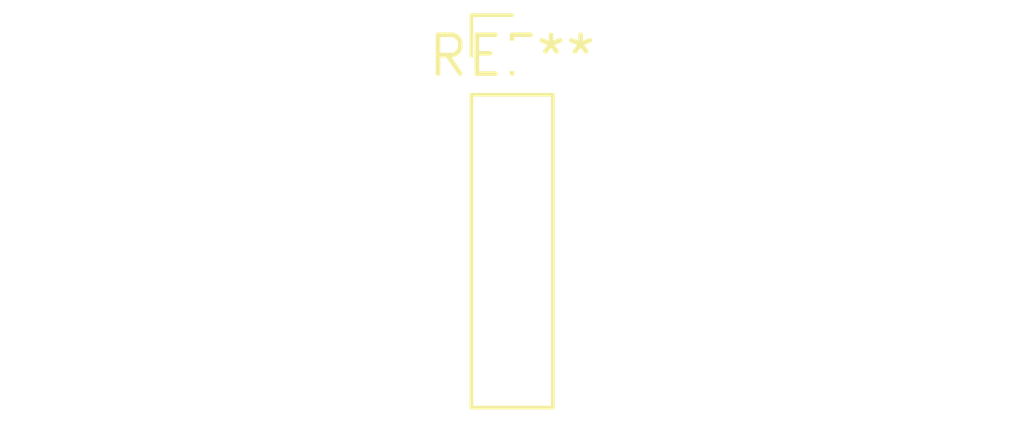
<source format=kicad_pcb>
(kicad_pcb (version 20240108) (generator pcbnew)
  (layers (0 "F.Cu" signal) (31 "B.Cu" signal) (34 "B.Paste" user) (35 "F.Paste" user) (36 "B.SilkS" user "B.Silkscreen") (37 "F.SilkS" user "F.Silkscreen") (38 "B.Mask" user) (39 "F.Mask" user) (44 "Edge.Cuts" user))
  (net 0 "")
  (footprint "PinHeader_1x05_P2.54mm_Vertical" (layer "F.Cu") (at 0 0)
    (property "Reference" "REF**")
    (property "Value" "PinHeader_1x05_P2.54mm_Vertical")
    (fp_line (start -1.33 -1.33) (end 0 -1.33) (layer "F.SilkS") (stroke (width 0.12)))
    (fp_line (start -1.33 0) (end -1.33 -1.33) (layer "F.SilkS") (stroke (width 0.12)))
    (fp_line (start -1.33 1.27) (end -1.33 11.49) (layer "F.SilkS") (stroke (width 0.12)))
    (fp_line (start -1.33 1.27) (end 1.33 1.27) (layer "F.SilkS") (stroke (width 0.12)))
    (fp_line (start -1.33 11.49) (end 1.33 11.49) (layer "F.SilkS") (stroke (width 0.12)))
    (fp_line (start 1.33 1.27) (end 1.33 11.49) (layer "F.SilkS") (stroke (width 0.12)))
    (pad "1" thru_hole rect (at 0 0) (size 1.7 1.7) (drill 1) (layers *.Cu *.Mask) (remove_unused_layers))
    (pad "2" thru_hole oval (at 0 2.54) (size 1.7 1.7) (drill 1) (layers *.Cu *.Mask) (remove_unused_layers))
    (pad "3" thru_hole oval (at 0 5.08) (size 1.7 1.7) (drill 1) (layers *.Cu *.Mask) (remove_unused_layers))
    (pad "4" thru_hole oval (at 0 7.62) (size 1.7 1.7) (drill 1) (layers *.Cu *.Mask) (remove_unused_layers))
    (pad "5" thru_hole oval (at 0 10.16) (size 1.7 1.7) (drill 1) (layers *.Cu *.Mask) (remove_unused_layers))
  )
)
</source>
